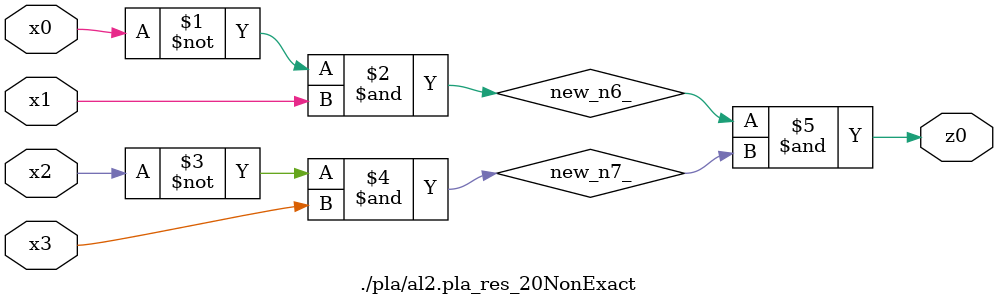
<source format=v>

module \./pla/al2.pla_res_20NonExact  ( 
    x0, x1, x2, x3,
    z0  );
  input  x0, x1, x2, x3;
  output z0;
  wire new_n6_, new_n7_;
  assign new_n6_ = ~x0 & x1;
  assign new_n7_ = ~x2 & x3;
  assign z0 = new_n6_ & new_n7_;
endmodule



</source>
